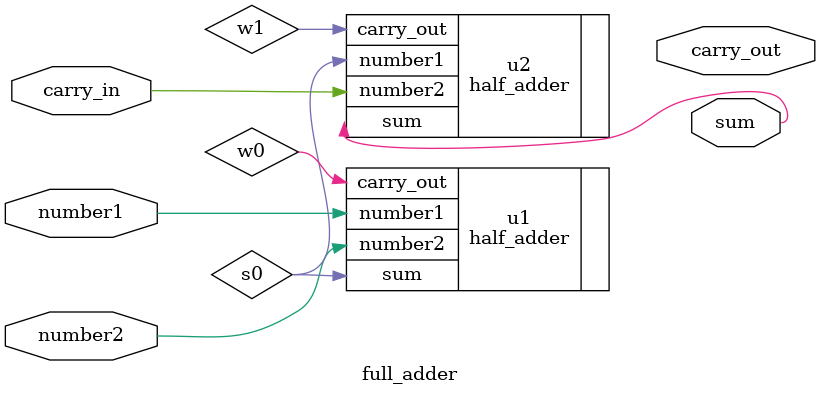
<source format=v>
`timescale 1ns / 1ps

module full_adder(carry_in,number1,number2,sum,carry_out);
input carry_in,number1,number2;
output sum,carry_out;
wire w0,w1,s0;

half_adder u1(.number1(number1),.number2(number2),.carry_out(w0),.sum(s0));
half_adder u2(.number1(s0),.number2(carry_in),.carry_out(w1),.sum(sum));

endmodule

</source>
